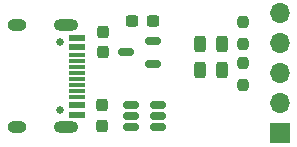
<source format=gbr>
%TF.GenerationSoftware,KiCad,Pcbnew,8.0.8*%
%TF.CreationDate,2025-06-15T19:23:18+08:00*%
%TF.ProjectId,USB_C_Connector,5553425f-435f-4436-9f6e-6e6563746f72,rev?*%
%TF.SameCoordinates,Original*%
%TF.FileFunction,Soldermask,Top*%
%TF.FilePolarity,Negative*%
%FSLAX46Y46*%
G04 Gerber Fmt 4.6, Leading zero omitted, Abs format (unit mm)*
G04 Created by KiCad (PCBNEW 8.0.8) date 2025-06-15 19:23:18*
%MOMM*%
%LPD*%
G01*
G04 APERTURE LIST*
G04 Aperture macros list*
%AMRoundRect*
0 Rectangle with rounded corners*
0 $1 Rounding radius*
0 $2 $3 $4 $5 $6 $7 $8 $9 X,Y pos of 4 corners*
0 Add a 4 corners polygon primitive as box body*
4,1,4,$2,$3,$4,$5,$6,$7,$8,$9,$2,$3,0*
0 Add four circle primitives for the rounded corners*
1,1,$1+$1,$2,$3*
1,1,$1+$1,$4,$5*
1,1,$1+$1,$6,$7*
1,1,$1+$1,$8,$9*
0 Add four rect primitives between the rounded corners*
20,1,$1+$1,$2,$3,$4,$5,0*
20,1,$1+$1,$4,$5,$6,$7,0*
20,1,$1+$1,$6,$7,$8,$9,0*
20,1,$1+$1,$8,$9,$2,$3,0*%
G04 Aperture macros list end*
%ADD10RoundRect,0.237500X0.237500X-0.300000X0.237500X0.300000X-0.237500X0.300000X-0.237500X-0.300000X0*%
%ADD11RoundRect,0.237500X0.237500X-0.250000X0.237500X0.250000X-0.237500X0.250000X-0.237500X-0.250000X0*%
%ADD12R,1.700000X1.700000*%
%ADD13O,1.700000X1.700000*%
%ADD14RoundRect,0.150000X0.512500X0.150000X-0.512500X0.150000X-0.512500X-0.150000X0.512500X-0.150000X0*%
%ADD15RoundRect,0.150000X-0.512500X-0.150000X0.512500X-0.150000X0.512500X0.150000X-0.512500X0.150000X0*%
%ADD16RoundRect,0.243750X0.243750X0.456250X-0.243750X0.456250X-0.243750X-0.456250X0.243750X-0.456250X0*%
%ADD17RoundRect,0.237500X-0.237500X0.300000X-0.237500X-0.300000X0.237500X-0.300000X0.237500X0.300000X0*%
%ADD18RoundRect,0.237500X-0.237500X0.250000X-0.237500X-0.250000X0.237500X-0.250000X0.237500X0.250000X0*%
%ADD19C,0.650000*%
%ADD20R,1.450000X0.600000*%
%ADD21R,1.450000X0.300000*%
%ADD22O,2.100000X1.000000*%
%ADD23O,1.600000X1.000000*%
%ADD24RoundRect,0.237500X0.300000X0.237500X-0.300000X0.237500X-0.300000X-0.237500X0.300000X-0.237500X0*%
G04 APERTURE END LIST*
D10*
%TO.C,C1*%
X43815000Y-49122500D03*
X43815000Y-47397500D03*
%TD*%
D11*
%TO.C,R3*%
X55651400Y-48434000D03*
X55651400Y-46609000D03*
%TD*%
D12*
%TO.C,J2*%
X58801000Y-56007000D03*
D13*
X58801000Y-53467000D03*
X58801000Y-50927000D03*
X58801000Y-48387000D03*
X58801000Y-45847000D03*
%TD*%
D14*
%TO.C,U2*%
X48000500Y-50087700D03*
X48000500Y-48187700D03*
X45725500Y-49137700D03*
%TD*%
D15*
%TO.C,U1*%
X46177200Y-53583800D03*
X46177200Y-54533800D03*
X46177200Y-55483800D03*
X48452200Y-55483800D03*
X48452200Y-54533800D03*
X48452200Y-53583800D03*
%TD*%
D16*
%TO.C,D2*%
X53871100Y-50620300D03*
X51996100Y-50620300D03*
%TD*%
%TO.C,D1*%
X53871100Y-48435900D03*
X51996100Y-48435900D03*
%TD*%
D17*
%TO.C,C3*%
X43662600Y-53620500D03*
X43662600Y-55345500D03*
%TD*%
D18*
%TO.C,R4*%
X55626000Y-50039900D03*
X55626000Y-51864900D03*
%TD*%
D19*
%TO.C,J1*%
X40115800Y-48265600D03*
X40115800Y-54045600D03*
D20*
X41560800Y-47905600D03*
X41560800Y-48705600D03*
D21*
X41560800Y-49905600D03*
X41560800Y-50905600D03*
X41560800Y-51405600D03*
X41560800Y-52405600D03*
D20*
X41560800Y-53605600D03*
X41560800Y-54405600D03*
X41560800Y-54405600D03*
X41560800Y-53605600D03*
D21*
X41560800Y-52905600D03*
X41560800Y-51905600D03*
X41560800Y-50405600D03*
X41560800Y-49405600D03*
D20*
X41560800Y-48705600D03*
X41560800Y-47905600D03*
D22*
X40645800Y-46835600D03*
D23*
X36465800Y-46835600D03*
D22*
X40645800Y-55475600D03*
D23*
X36465800Y-55475600D03*
%TD*%
D24*
%TO.C,C2*%
X48004900Y-46507400D03*
X46279900Y-46507400D03*
%TD*%
M02*

</source>
